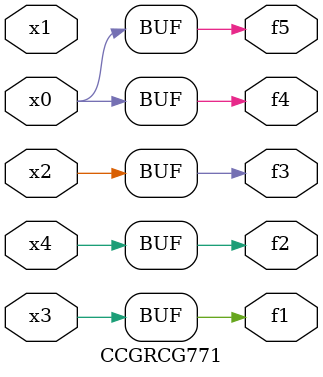
<source format=v>
module CCGRCG771(
	input x0, x1, x2, x3, x4,
	output f1, f2, f3, f4, f5
);
	assign f1 = x3;
	assign f2 = x4;
	assign f3 = x2;
	assign f4 = x0;
	assign f5 = x0;
endmodule

</source>
